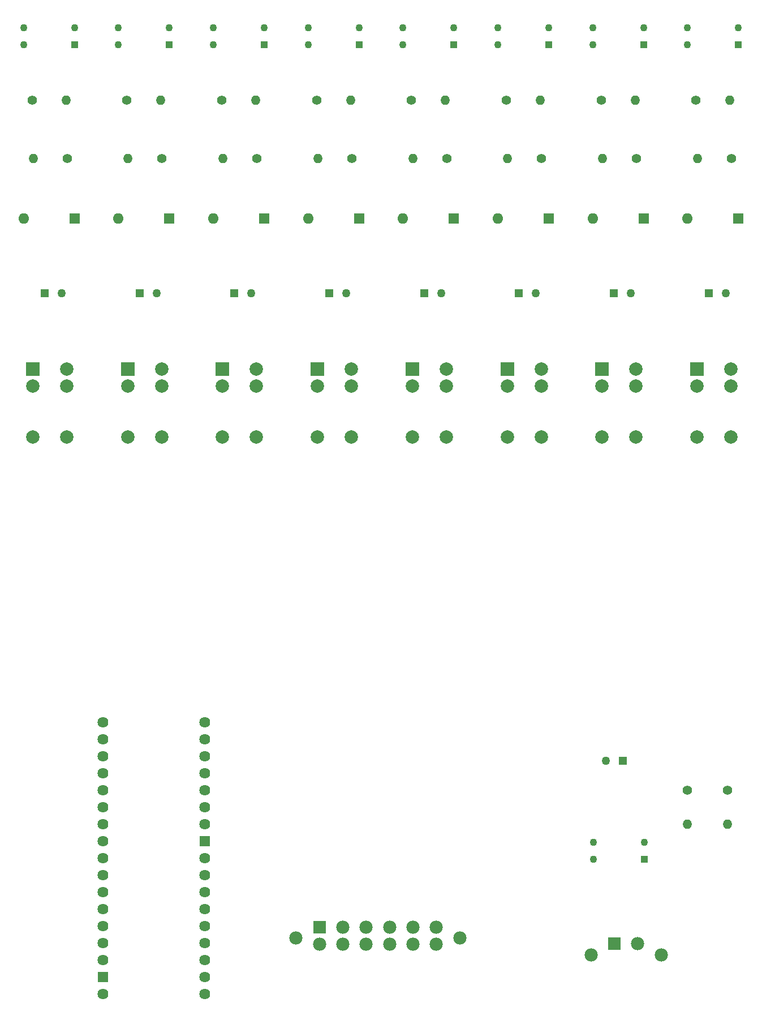
<source format=gbs>
%TF.GenerationSoftware,KiCad,Pcbnew,7.0.10*%
%TF.CreationDate,2024-11-26T20:55:46-08:00*%
%TF.ProjectId,Main_Board,4d61696e-5f42-46f6-9172-642e6b696361,rev?*%
%TF.SameCoordinates,Original*%
%TF.FileFunction,Soldermask,Bot*%
%TF.FilePolarity,Negative*%
%FSLAX46Y46*%
G04 Gerber Fmt 4.6, Leading zero omitted, Abs format (unit mm)*
G04 Created by KiCad (PCBNEW 7.0.10) date 2024-11-26 20:55:46*
%MOMM*%
%LPD*%
G01*
G04 APERTURE LIST*
G04 Aperture macros list*
%AMRoundRect*
0 Rectangle with rounded corners*
0 $1 Rounding radius*
0 $2 $3 $4 $5 $6 $7 $8 $9 X,Y pos of 4 corners*
0 Add a 4 corners polygon primitive as box body*
4,1,4,$2,$3,$4,$5,$6,$7,$8,$9,$2,$3,0*
0 Add four circle primitives for the rounded corners*
1,1,$1+$1,$2,$3*
1,1,$1+$1,$4,$5*
1,1,$1+$1,$6,$7*
1,1,$1+$1,$8,$9*
0 Add four rect primitives between the rounded corners*
20,1,$1+$1,$2,$3,$4,$5,0*
20,1,$1+$1,$4,$5,$6,$7,0*
20,1,$1+$1,$6,$7,$8,$9,0*
20,1,$1+$1,$8,$9,$2,$3,0*%
G04 Aperture macros list end*
%ADD10C,1.400000*%
%ADD11O,1.400000X1.400000*%
%ADD12R,1.270000X1.270000*%
%ADD13C,1.270000*%
%ADD14R,1.100000X1.100000*%
%ADD15C,1.100000*%
%ADD16R,2.000000X2.000000*%
%ADD17C,2.000000*%
%ADD18R,1.600000X1.600000*%
%ADD19O,1.600000X1.600000*%
%ADD20C,1.625600*%
%ADD21RoundRect,0.025400X0.736600X0.736600X-0.736600X0.736600X-0.736600X-0.736600X0.736600X-0.736600X0*%
%ADD22R,1.981200X1.981200*%
%ADD23C,1.981200*%
G04 APERTURE END LIST*
D10*
%TO.C,R33*%
X191887250Y-41937440D03*
D11*
X196967250Y-41937440D03*
%TD*%
D12*
%TO.C,LED9*%
X251922110Y-140777000D03*
D13*
X249382110Y-140777000D03*
%TD*%
D12*
%TO.C,LED3*%
X193787250Y-70800000D03*
D13*
X196327250Y-70800000D03*
%TD*%
D14*
%TO.C,U2*%
X184038750Y-33682440D03*
D15*
X184038750Y-31142440D03*
X176418750Y-31142440D03*
X176418750Y-33682440D03*
%TD*%
D16*
%TO.C,K8*%
X263012250Y-82210980D03*
D17*
X263012250Y-84750980D03*
X263012250Y-92370980D03*
X268092250Y-92370980D03*
X268092250Y-84750980D03*
X268092250Y-82210980D03*
%TD*%
D10*
%TO.C,R7*%
X253945750Y-50700440D03*
D11*
X248865750Y-50700440D03*
%TD*%
D14*
%TO.C,U1*%
X169840250Y-33682440D03*
D15*
X169840250Y-31142440D03*
X162220250Y-31142440D03*
X162220250Y-33682440D03*
%TD*%
D14*
%TO.C,U5*%
X226634250Y-33682440D03*
D15*
X226634250Y-31142440D03*
X219014250Y-31142440D03*
X219014250Y-33682440D03*
%TD*%
D10*
%TO.C,R2*%
X182953250Y-50700440D03*
D11*
X177873250Y-50700440D03*
%TD*%
D18*
%TO.C,D6*%
X240832750Y-59674020D03*
D19*
X233212750Y-59674020D03*
%TD*%
D10*
%TO.C,R55*%
X220284250Y-41937440D03*
D11*
X225364250Y-41937440D03*
%TD*%
D10*
%TO.C,R5*%
X225548750Y-50700440D03*
D11*
X220468750Y-50700440D03*
%TD*%
D14*
%TO.C,U8*%
X269229750Y-33682440D03*
D15*
X269229750Y-31142440D03*
X261609750Y-31142440D03*
X261609750Y-33682440D03*
%TD*%
D12*
%TO.C,LED8*%
X264779750Y-70800000D03*
D13*
X267319750Y-70800000D03*
%TD*%
D10*
%TO.C,R3*%
X197151750Y-50700440D03*
D11*
X192071750Y-50700440D03*
%TD*%
D10*
%TO.C,R6*%
X239747250Y-50700440D03*
D11*
X234667250Y-50700440D03*
%TD*%
D18*
%TO.C,D2*%
X184038750Y-59674020D03*
D19*
X176418750Y-59674020D03*
%TD*%
D18*
%TO.C,D1*%
X169840250Y-59674020D03*
D19*
X162220250Y-59674020D03*
%TD*%
D20*
%TO.C,U10*%
X174088750Y-175668440D03*
D21*
X174088750Y-173128440D03*
D20*
X174088750Y-170588440D03*
X174088750Y-168048440D03*
X174088750Y-165508440D03*
X174088750Y-162968440D03*
X174088750Y-160428440D03*
X174088750Y-157888440D03*
X174088750Y-155348440D03*
X174088750Y-152808440D03*
X174088750Y-150268440D03*
X174088750Y-147728440D03*
X174088750Y-145188440D03*
X174088750Y-142648440D03*
X174088750Y-140108440D03*
X174088750Y-137568440D03*
X174088750Y-135028440D03*
X189328750Y-135028440D03*
X189328750Y-137568440D03*
X189328750Y-140108440D03*
X189328750Y-142648440D03*
X189328750Y-145188440D03*
X189328750Y-147728440D03*
X189328750Y-150268440D03*
D21*
X189328750Y-152808440D03*
D20*
X189328750Y-155348440D03*
X189328750Y-157888440D03*
X189328750Y-160428440D03*
X189328750Y-162968440D03*
X189328750Y-165508440D03*
X189328750Y-168048440D03*
X189328750Y-170588440D03*
X189328750Y-173128440D03*
X189328750Y-175668440D03*
%TD*%
D16*
%TO.C,K5*%
X220416750Y-82210980D03*
D17*
X220416750Y-84750980D03*
X220416750Y-92370980D03*
X225496750Y-92370980D03*
X225496750Y-84750980D03*
X225496750Y-82210980D03*
%TD*%
D16*
%TO.C,K6*%
X234615250Y-82210980D03*
D17*
X234615250Y-84750980D03*
X234615250Y-92370980D03*
X239695250Y-92370980D03*
X239695250Y-84750980D03*
X239695250Y-82210980D03*
%TD*%
D18*
%TO.C,D8*%
X269229750Y-59674020D03*
D19*
X261609750Y-59674020D03*
%TD*%
D16*
%TO.C,K4*%
X206218250Y-82210980D03*
D17*
X206218250Y-84750980D03*
X206218250Y-92370980D03*
X211298250Y-92370980D03*
X211298250Y-84750980D03*
X211298250Y-82210980D03*
%TD*%
D10*
%TO.C,R77*%
X248681250Y-41937440D03*
D11*
X253761250Y-41937440D03*
%TD*%
D14*
%TO.C,U7*%
X255031250Y-33682440D03*
D15*
X255031250Y-31142440D03*
X247411250Y-31142440D03*
X247411250Y-33682440D03*
%TD*%
D14*
%TO.C,U6*%
X240832750Y-33682440D03*
D15*
X240832750Y-31142440D03*
X233212750Y-31142440D03*
X233212750Y-33682440D03*
%TD*%
D22*
%TO.C,J10*%
X206514745Y-165675440D03*
D23*
X210014748Y-165675440D03*
X213514749Y-165675440D03*
X217014750Y-165675440D03*
X220514750Y-165675440D03*
X224014751Y-165675440D03*
X206514745Y-168175440D03*
X210014748Y-168175440D03*
X213514749Y-168175440D03*
X217014750Y-168175440D03*
X220514750Y-168175440D03*
X224014751Y-168175440D03*
X203014747Y-167275452D03*
X227514749Y-167275452D03*
%TD*%
D16*
%TO.C,K7*%
X248813750Y-82210980D03*
D17*
X248813750Y-84750980D03*
X248813750Y-92370980D03*
X253893750Y-92370980D03*
X253893750Y-84750980D03*
X253893750Y-82210980D03*
%TD*%
D22*
%TO.C,J12*%
X250659650Y-168131741D03*
D23*
X254159652Y-168131741D03*
X247159651Y-169831740D03*
X257659650Y-169831740D03*
%TD*%
D16*
%TO.C,K3*%
X192019750Y-82210980D03*
D17*
X192019750Y-84750980D03*
X192019750Y-92370980D03*
X197099750Y-92370980D03*
X197099750Y-84750980D03*
X197099750Y-82210980D03*
%TD*%
D12*
%TO.C,LED1*%
X165390250Y-70800000D03*
D13*
X167930250Y-70800000D03*
%TD*%
D12*
%TO.C,LED4*%
X207985750Y-70800000D03*
D13*
X210525750Y-70800000D03*
%TD*%
D12*
%TO.C,LED2*%
X179588750Y-70800000D03*
D13*
X182128750Y-70800000D03*
%TD*%
D18*
%TO.C,D4*%
X212435750Y-59674020D03*
D19*
X204815750Y-59674020D03*
%TD*%
D14*
%TO.C,U3*%
X198237250Y-33682440D03*
D15*
X198237250Y-31142440D03*
X190617250Y-31142440D03*
X190617250Y-33682440D03*
%TD*%
D12*
%TO.C,LED5*%
X222184250Y-70800000D03*
D13*
X224724250Y-70800000D03*
%TD*%
D14*
%TO.C,U4*%
X212435750Y-33682440D03*
D15*
X212435750Y-31142440D03*
X204815750Y-31142440D03*
X204815750Y-33682440D03*
%TD*%
D10*
%TO.C,R66*%
X234482750Y-41937440D03*
D11*
X239562750Y-41937440D03*
%TD*%
D10*
%TO.C,R8*%
X268144250Y-50700440D03*
D11*
X263064250Y-50700440D03*
%TD*%
D18*
%TO.C,D5*%
X226634250Y-59674020D03*
D19*
X219014250Y-59674020D03*
%TD*%
D10*
%TO.C,R11*%
X163490250Y-41937440D03*
D11*
X168570250Y-41937440D03*
%TD*%
D12*
%TO.C,LED7*%
X250581250Y-70800000D03*
D13*
X253121250Y-70800000D03*
%TD*%
D10*
%TO.C,R99*%
X261591750Y-145188440D03*
D11*
X261591750Y-150268440D03*
%TD*%
D12*
%TO.C,LED6*%
X236382750Y-70800000D03*
D13*
X238922750Y-70800000D03*
%TD*%
D18*
%TO.C,D7*%
X255031250Y-59674020D03*
D19*
X247411250Y-59674020D03*
%TD*%
D16*
%TO.C,K1*%
X163622750Y-82210980D03*
D17*
X163622750Y-84750980D03*
X163622750Y-92370980D03*
X168702750Y-92370980D03*
X168702750Y-84750980D03*
X168702750Y-82210980D03*
%TD*%
D10*
%TO.C,R1*%
X168754750Y-50700440D03*
D11*
X163674750Y-50700440D03*
%TD*%
D10*
%TO.C,R22*%
X177688750Y-41937440D03*
D11*
X182768750Y-41937440D03*
%TD*%
D10*
%TO.C,R9*%
X267560750Y-145188440D03*
D11*
X267560750Y-150268440D03*
%TD*%
D10*
%TO.C,R4*%
X211350250Y-50700440D03*
D11*
X206270250Y-50700440D03*
%TD*%
D10*
%TO.C,R88*%
X262879750Y-41937440D03*
D11*
X267959750Y-41937440D03*
%TD*%
D16*
%TO.C,K2*%
X177821250Y-82210980D03*
D17*
X177821250Y-84750980D03*
X177821250Y-92370980D03*
X182901250Y-92370980D03*
X182901250Y-84750980D03*
X182901250Y-82210980D03*
%TD*%
D18*
%TO.C,D3*%
X198237250Y-59674020D03*
D19*
X190617250Y-59674020D03*
%TD*%
D14*
%TO.C,U9*%
X255114750Y-155475440D03*
D15*
X255114750Y-152935440D03*
X247494750Y-152935440D03*
X247494750Y-155475440D03*
%TD*%
D10*
%TO.C,R44*%
X206085750Y-41937440D03*
D11*
X211165750Y-41937440D03*
%TD*%
M02*

</source>
